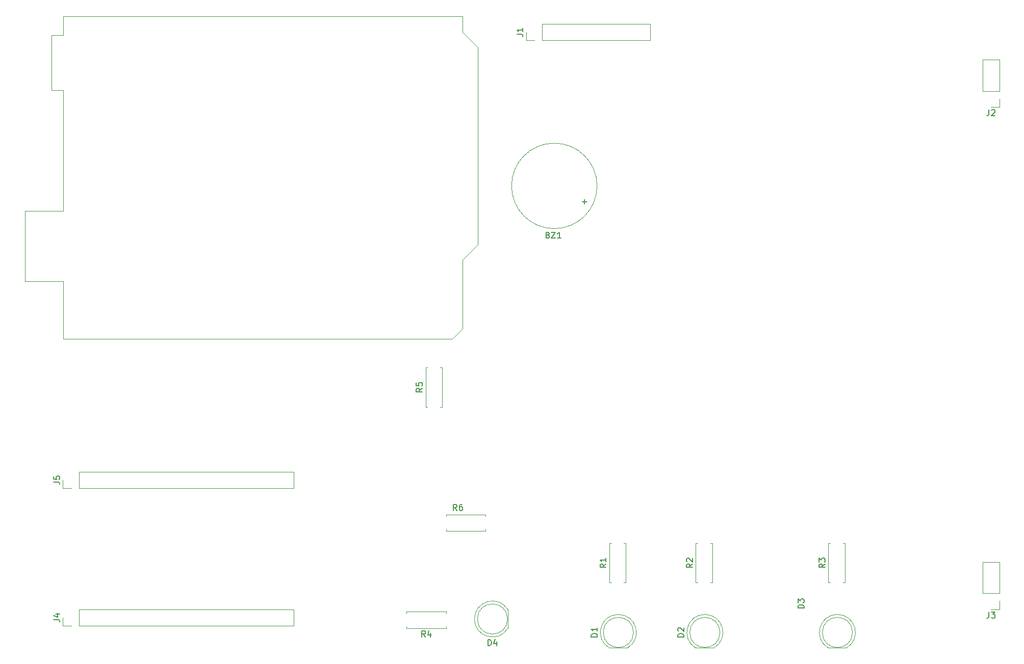
<source format=gbr>
%TF.GenerationSoftware,KiCad,Pcbnew,9.0.7*%
%TF.CreationDate,2026-01-03T22:54:21+01:00*%
%TF.ProjectId,R3Sender,52335365-6e64-4657-922e-6b696361645f,rev?*%
%TF.SameCoordinates,Original*%
%TF.FileFunction,Legend,Top*%
%TF.FilePolarity,Positive*%
%FSLAX46Y46*%
G04 Gerber Fmt 4.6, Leading zero omitted, Abs format (unit mm)*
G04 Created by KiCad (PCBNEW 9.0.7) date 2026-01-03 22:54:21*
%MOMM*%
%LPD*%
G01*
G04 APERTURE LIST*
%ADD10C,0.150000*%
%ADD11C,0.120000*%
G04 APERTURE END LIST*
D10*
X101959047Y-55701009D02*
X102101904Y-55748628D01*
X102101904Y-55748628D02*
X102149523Y-55796247D01*
X102149523Y-55796247D02*
X102197142Y-55891485D01*
X102197142Y-55891485D02*
X102197142Y-56034342D01*
X102197142Y-56034342D02*
X102149523Y-56129580D01*
X102149523Y-56129580D02*
X102101904Y-56177200D01*
X102101904Y-56177200D02*
X102006666Y-56224819D01*
X102006666Y-56224819D02*
X101625714Y-56224819D01*
X101625714Y-56224819D02*
X101625714Y-55224819D01*
X101625714Y-55224819D02*
X101959047Y-55224819D01*
X101959047Y-55224819D02*
X102054285Y-55272438D01*
X102054285Y-55272438D02*
X102101904Y-55320057D01*
X102101904Y-55320057D02*
X102149523Y-55415295D01*
X102149523Y-55415295D02*
X102149523Y-55510533D01*
X102149523Y-55510533D02*
X102101904Y-55605771D01*
X102101904Y-55605771D02*
X102054285Y-55653390D01*
X102054285Y-55653390D02*
X101959047Y-55701009D01*
X101959047Y-55701009D02*
X101625714Y-55701009D01*
X102530476Y-55224819D02*
X103197142Y-55224819D01*
X103197142Y-55224819D02*
X102530476Y-56224819D01*
X102530476Y-56224819D02*
X103197142Y-56224819D01*
X104101904Y-56224819D02*
X103530476Y-56224819D01*
X103816190Y-56224819D02*
X103816190Y-55224819D01*
X103816190Y-55224819D02*
X103720952Y-55367676D01*
X103720952Y-55367676D02*
X103625714Y-55462914D01*
X103625714Y-55462914D02*
X103530476Y-55510533D01*
X107629048Y-50153866D02*
X108390953Y-50153866D01*
X108010000Y-50534819D02*
X108010000Y-49772914D01*
X144454819Y-117698094D02*
X143454819Y-117698094D01*
X143454819Y-117698094D02*
X143454819Y-117459999D01*
X143454819Y-117459999D02*
X143502438Y-117317142D01*
X143502438Y-117317142D02*
X143597676Y-117221904D01*
X143597676Y-117221904D02*
X143692914Y-117174285D01*
X143692914Y-117174285D02*
X143883390Y-117126666D01*
X143883390Y-117126666D02*
X144026247Y-117126666D01*
X144026247Y-117126666D02*
X144216723Y-117174285D01*
X144216723Y-117174285D02*
X144311961Y-117221904D01*
X144311961Y-117221904D02*
X144407200Y-117317142D01*
X144407200Y-117317142D02*
X144454819Y-117459999D01*
X144454819Y-117459999D02*
X144454819Y-117698094D01*
X143454819Y-116793332D02*
X143454819Y-116174285D01*
X143454819Y-116174285D02*
X143835771Y-116507618D01*
X143835771Y-116507618D02*
X143835771Y-116364761D01*
X143835771Y-116364761D02*
X143883390Y-116269523D01*
X143883390Y-116269523D02*
X143931009Y-116221904D01*
X143931009Y-116221904D02*
X144026247Y-116174285D01*
X144026247Y-116174285D02*
X144264342Y-116174285D01*
X144264342Y-116174285D02*
X144359580Y-116221904D01*
X144359580Y-116221904D02*
X144407200Y-116269523D01*
X144407200Y-116269523D02*
X144454819Y-116364761D01*
X144454819Y-116364761D02*
X144454819Y-116650475D01*
X144454819Y-116650475D02*
X144407200Y-116745713D01*
X144407200Y-116745713D02*
X144359580Y-116793332D01*
X96794819Y-22333333D02*
X97509104Y-22333333D01*
X97509104Y-22333333D02*
X97651961Y-22380952D01*
X97651961Y-22380952D02*
X97747200Y-22476190D01*
X97747200Y-22476190D02*
X97794819Y-22619047D01*
X97794819Y-22619047D02*
X97794819Y-22714285D01*
X97794819Y-21333333D02*
X97794819Y-21904761D01*
X97794819Y-21619047D02*
X96794819Y-21619047D01*
X96794819Y-21619047D02*
X96937676Y-21714285D01*
X96937676Y-21714285D02*
X97032914Y-21809523D01*
X97032914Y-21809523D02*
X97080533Y-21904761D01*
X19874819Y-119593333D02*
X20589104Y-119593333D01*
X20589104Y-119593333D02*
X20731961Y-119640952D01*
X20731961Y-119640952D02*
X20827200Y-119736190D01*
X20827200Y-119736190D02*
X20874819Y-119879047D01*
X20874819Y-119879047D02*
X20874819Y-119974285D01*
X20208152Y-118688571D02*
X20874819Y-118688571D01*
X19827200Y-118926666D02*
X20541485Y-119164761D01*
X20541485Y-119164761D02*
X20541485Y-118545714D01*
X125944819Y-110356666D02*
X125468628Y-110689999D01*
X125944819Y-110928094D02*
X124944819Y-110928094D01*
X124944819Y-110928094D02*
X124944819Y-110547142D01*
X124944819Y-110547142D02*
X124992438Y-110451904D01*
X124992438Y-110451904D02*
X125040057Y-110404285D01*
X125040057Y-110404285D02*
X125135295Y-110356666D01*
X125135295Y-110356666D02*
X125278152Y-110356666D01*
X125278152Y-110356666D02*
X125373390Y-110404285D01*
X125373390Y-110404285D02*
X125421009Y-110451904D01*
X125421009Y-110451904D02*
X125468628Y-110547142D01*
X125468628Y-110547142D02*
X125468628Y-110928094D01*
X125040057Y-109975713D02*
X124992438Y-109928094D01*
X124992438Y-109928094D02*
X124944819Y-109832856D01*
X124944819Y-109832856D02*
X124944819Y-109594761D01*
X124944819Y-109594761D02*
X124992438Y-109499523D01*
X124992438Y-109499523D02*
X125040057Y-109451904D01*
X125040057Y-109451904D02*
X125135295Y-109404285D01*
X125135295Y-109404285D02*
X125230533Y-109404285D01*
X125230533Y-109404285D02*
X125373390Y-109451904D01*
X125373390Y-109451904D02*
X125944819Y-110023332D01*
X125944819Y-110023332D02*
X125944819Y-109404285D01*
X81084819Y-81166666D02*
X80608628Y-81499999D01*
X81084819Y-81738094D02*
X80084819Y-81738094D01*
X80084819Y-81738094D02*
X80084819Y-81357142D01*
X80084819Y-81357142D02*
X80132438Y-81261904D01*
X80132438Y-81261904D02*
X80180057Y-81214285D01*
X80180057Y-81214285D02*
X80275295Y-81166666D01*
X80275295Y-81166666D02*
X80418152Y-81166666D01*
X80418152Y-81166666D02*
X80513390Y-81214285D01*
X80513390Y-81214285D02*
X80561009Y-81261904D01*
X80561009Y-81261904D02*
X80608628Y-81357142D01*
X80608628Y-81357142D02*
X80608628Y-81738094D01*
X80084819Y-80261904D02*
X80084819Y-80738094D01*
X80084819Y-80738094D02*
X80561009Y-80785713D01*
X80561009Y-80785713D02*
X80513390Y-80738094D01*
X80513390Y-80738094D02*
X80465771Y-80642856D01*
X80465771Y-80642856D02*
X80465771Y-80404761D01*
X80465771Y-80404761D02*
X80513390Y-80309523D01*
X80513390Y-80309523D02*
X80561009Y-80261904D01*
X80561009Y-80261904D02*
X80656247Y-80214285D01*
X80656247Y-80214285D02*
X80894342Y-80214285D01*
X80894342Y-80214285D02*
X80989580Y-80261904D01*
X80989580Y-80261904D02*
X81037200Y-80309523D01*
X81037200Y-80309523D02*
X81084819Y-80404761D01*
X81084819Y-80404761D02*
X81084819Y-80642856D01*
X81084819Y-80642856D02*
X81037200Y-80738094D01*
X81037200Y-80738094D02*
X80989580Y-80785713D01*
X91991905Y-123914819D02*
X91991905Y-122914819D01*
X91991905Y-122914819D02*
X92230000Y-122914819D01*
X92230000Y-122914819D02*
X92372857Y-122962438D01*
X92372857Y-122962438D02*
X92468095Y-123057676D01*
X92468095Y-123057676D02*
X92515714Y-123152914D01*
X92515714Y-123152914D02*
X92563333Y-123343390D01*
X92563333Y-123343390D02*
X92563333Y-123486247D01*
X92563333Y-123486247D02*
X92515714Y-123676723D01*
X92515714Y-123676723D02*
X92468095Y-123771961D01*
X92468095Y-123771961D02*
X92372857Y-123867200D01*
X92372857Y-123867200D02*
X92230000Y-123914819D01*
X92230000Y-123914819D02*
X91991905Y-123914819D01*
X93420476Y-123248152D02*
X93420476Y-123914819D01*
X93182381Y-122867200D02*
X92944286Y-123581485D01*
X92944286Y-123581485D02*
X93563333Y-123581485D01*
X124494819Y-122468094D02*
X123494819Y-122468094D01*
X123494819Y-122468094D02*
X123494819Y-122229999D01*
X123494819Y-122229999D02*
X123542438Y-122087142D01*
X123542438Y-122087142D02*
X123637676Y-121991904D01*
X123637676Y-121991904D02*
X123732914Y-121944285D01*
X123732914Y-121944285D02*
X123923390Y-121896666D01*
X123923390Y-121896666D02*
X124066247Y-121896666D01*
X124066247Y-121896666D02*
X124256723Y-121944285D01*
X124256723Y-121944285D02*
X124351961Y-121991904D01*
X124351961Y-121991904D02*
X124447200Y-122087142D01*
X124447200Y-122087142D02*
X124494819Y-122229999D01*
X124494819Y-122229999D02*
X124494819Y-122468094D01*
X123590057Y-121515713D02*
X123542438Y-121468094D01*
X123542438Y-121468094D02*
X123494819Y-121372856D01*
X123494819Y-121372856D02*
X123494819Y-121134761D01*
X123494819Y-121134761D02*
X123542438Y-121039523D01*
X123542438Y-121039523D02*
X123590057Y-120991904D01*
X123590057Y-120991904D02*
X123685295Y-120944285D01*
X123685295Y-120944285D02*
X123780533Y-120944285D01*
X123780533Y-120944285D02*
X123923390Y-120991904D01*
X123923390Y-120991904D02*
X124494819Y-121563332D01*
X124494819Y-121563332D02*
X124494819Y-120944285D01*
X81593333Y-122464819D02*
X81260000Y-121988628D01*
X81021905Y-122464819D02*
X81021905Y-121464819D01*
X81021905Y-121464819D02*
X81402857Y-121464819D01*
X81402857Y-121464819D02*
X81498095Y-121512438D01*
X81498095Y-121512438D02*
X81545714Y-121560057D01*
X81545714Y-121560057D02*
X81593333Y-121655295D01*
X81593333Y-121655295D02*
X81593333Y-121798152D01*
X81593333Y-121798152D02*
X81545714Y-121893390D01*
X81545714Y-121893390D02*
X81498095Y-121941009D01*
X81498095Y-121941009D02*
X81402857Y-121988628D01*
X81402857Y-121988628D02*
X81021905Y-121988628D01*
X82450476Y-121798152D02*
X82450476Y-122464819D01*
X82212381Y-121417200D02*
X81974286Y-122131485D01*
X81974286Y-122131485D02*
X82593333Y-122131485D01*
X175166666Y-34874819D02*
X175166666Y-35589104D01*
X175166666Y-35589104D02*
X175119047Y-35731961D01*
X175119047Y-35731961D02*
X175023809Y-35827200D01*
X175023809Y-35827200D02*
X174880952Y-35874819D01*
X174880952Y-35874819D02*
X174785714Y-35874819D01*
X175595238Y-34970057D02*
X175642857Y-34922438D01*
X175642857Y-34922438D02*
X175738095Y-34874819D01*
X175738095Y-34874819D02*
X175976190Y-34874819D01*
X175976190Y-34874819D02*
X176071428Y-34922438D01*
X176071428Y-34922438D02*
X176119047Y-34970057D01*
X176119047Y-34970057D02*
X176166666Y-35065295D01*
X176166666Y-35065295D02*
X176166666Y-35160533D01*
X176166666Y-35160533D02*
X176119047Y-35303390D01*
X176119047Y-35303390D02*
X175547619Y-35874819D01*
X175547619Y-35874819D02*
X176166666Y-35874819D01*
X86833333Y-101454819D02*
X86500000Y-100978628D01*
X86261905Y-101454819D02*
X86261905Y-100454819D01*
X86261905Y-100454819D02*
X86642857Y-100454819D01*
X86642857Y-100454819D02*
X86738095Y-100502438D01*
X86738095Y-100502438D02*
X86785714Y-100550057D01*
X86785714Y-100550057D02*
X86833333Y-100645295D01*
X86833333Y-100645295D02*
X86833333Y-100788152D01*
X86833333Y-100788152D02*
X86785714Y-100883390D01*
X86785714Y-100883390D02*
X86738095Y-100931009D01*
X86738095Y-100931009D02*
X86642857Y-100978628D01*
X86642857Y-100978628D02*
X86261905Y-100978628D01*
X87690476Y-100454819D02*
X87500000Y-100454819D01*
X87500000Y-100454819D02*
X87404762Y-100502438D01*
X87404762Y-100502438D02*
X87357143Y-100550057D01*
X87357143Y-100550057D02*
X87261905Y-100692914D01*
X87261905Y-100692914D02*
X87214286Y-100883390D01*
X87214286Y-100883390D02*
X87214286Y-101264342D01*
X87214286Y-101264342D02*
X87261905Y-101359580D01*
X87261905Y-101359580D02*
X87309524Y-101407200D01*
X87309524Y-101407200D02*
X87404762Y-101454819D01*
X87404762Y-101454819D02*
X87595238Y-101454819D01*
X87595238Y-101454819D02*
X87690476Y-101407200D01*
X87690476Y-101407200D02*
X87738095Y-101359580D01*
X87738095Y-101359580D02*
X87785714Y-101264342D01*
X87785714Y-101264342D02*
X87785714Y-101026247D01*
X87785714Y-101026247D02*
X87738095Y-100931009D01*
X87738095Y-100931009D02*
X87690476Y-100883390D01*
X87690476Y-100883390D02*
X87595238Y-100835771D01*
X87595238Y-100835771D02*
X87404762Y-100835771D01*
X87404762Y-100835771D02*
X87309524Y-100883390D01*
X87309524Y-100883390D02*
X87261905Y-100931009D01*
X87261905Y-100931009D02*
X87214286Y-101026247D01*
X110134819Y-122468094D02*
X109134819Y-122468094D01*
X109134819Y-122468094D02*
X109134819Y-122229999D01*
X109134819Y-122229999D02*
X109182438Y-122087142D01*
X109182438Y-122087142D02*
X109277676Y-121991904D01*
X109277676Y-121991904D02*
X109372914Y-121944285D01*
X109372914Y-121944285D02*
X109563390Y-121896666D01*
X109563390Y-121896666D02*
X109706247Y-121896666D01*
X109706247Y-121896666D02*
X109896723Y-121944285D01*
X109896723Y-121944285D02*
X109991961Y-121991904D01*
X109991961Y-121991904D02*
X110087200Y-122087142D01*
X110087200Y-122087142D02*
X110134819Y-122229999D01*
X110134819Y-122229999D02*
X110134819Y-122468094D01*
X110134819Y-120944285D02*
X110134819Y-121515713D01*
X110134819Y-121229999D02*
X109134819Y-121229999D01*
X109134819Y-121229999D02*
X109277676Y-121325237D01*
X109277676Y-121325237D02*
X109372914Y-121420475D01*
X109372914Y-121420475D02*
X109420533Y-121515713D01*
X147944819Y-110356666D02*
X147468628Y-110689999D01*
X147944819Y-110928094D02*
X146944819Y-110928094D01*
X146944819Y-110928094D02*
X146944819Y-110547142D01*
X146944819Y-110547142D02*
X146992438Y-110451904D01*
X146992438Y-110451904D02*
X147040057Y-110404285D01*
X147040057Y-110404285D02*
X147135295Y-110356666D01*
X147135295Y-110356666D02*
X147278152Y-110356666D01*
X147278152Y-110356666D02*
X147373390Y-110404285D01*
X147373390Y-110404285D02*
X147421009Y-110451904D01*
X147421009Y-110451904D02*
X147468628Y-110547142D01*
X147468628Y-110547142D02*
X147468628Y-110928094D01*
X146944819Y-110023332D02*
X146944819Y-109404285D01*
X146944819Y-109404285D02*
X147325771Y-109737618D01*
X147325771Y-109737618D02*
X147325771Y-109594761D01*
X147325771Y-109594761D02*
X147373390Y-109499523D01*
X147373390Y-109499523D02*
X147421009Y-109451904D01*
X147421009Y-109451904D02*
X147516247Y-109404285D01*
X147516247Y-109404285D02*
X147754342Y-109404285D01*
X147754342Y-109404285D02*
X147849580Y-109451904D01*
X147849580Y-109451904D02*
X147897200Y-109499523D01*
X147897200Y-109499523D02*
X147944819Y-109594761D01*
X147944819Y-109594761D02*
X147944819Y-109880475D01*
X147944819Y-109880475D02*
X147897200Y-109975713D01*
X147897200Y-109975713D02*
X147849580Y-110023332D01*
X175166666Y-118334819D02*
X175166666Y-119049104D01*
X175166666Y-119049104D02*
X175119047Y-119191961D01*
X175119047Y-119191961D02*
X175023809Y-119287200D01*
X175023809Y-119287200D02*
X174880952Y-119334819D01*
X174880952Y-119334819D02*
X174785714Y-119334819D01*
X175547619Y-118334819D02*
X176166666Y-118334819D01*
X176166666Y-118334819D02*
X175833333Y-118715771D01*
X175833333Y-118715771D02*
X175976190Y-118715771D01*
X175976190Y-118715771D02*
X176071428Y-118763390D01*
X176071428Y-118763390D02*
X176119047Y-118811009D01*
X176119047Y-118811009D02*
X176166666Y-118906247D01*
X176166666Y-118906247D02*
X176166666Y-119144342D01*
X176166666Y-119144342D02*
X176119047Y-119239580D01*
X176119047Y-119239580D02*
X176071428Y-119287200D01*
X176071428Y-119287200D02*
X175976190Y-119334819D01*
X175976190Y-119334819D02*
X175690476Y-119334819D01*
X175690476Y-119334819D02*
X175595238Y-119287200D01*
X175595238Y-119287200D02*
X175547619Y-119239580D01*
X19874819Y-96733333D02*
X20589104Y-96733333D01*
X20589104Y-96733333D02*
X20731961Y-96780952D01*
X20731961Y-96780952D02*
X20827200Y-96876190D01*
X20827200Y-96876190D02*
X20874819Y-97019047D01*
X20874819Y-97019047D02*
X20874819Y-97114285D01*
X19874819Y-95780952D02*
X19874819Y-96257142D01*
X19874819Y-96257142D02*
X20351009Y-96304761D01*
X20351009Y-96304761D02*
X20303390Y-96257142D01*
X20303390Y-96257142D02*
X20255771Y-96161904D01*
X20255771Y-96161904D02*
X20255771Y-95923809D01*
X20255771Y-95923809D02*
X20303390Y-95828571D01*
X20303390Y-95828571D02*
X20351009Y-95780952D01*
X20351009Y-95780952D02*
X20446247Y-95733333D01*
X20446247Y-95733333D02*
X20684342Y-95733333D01*
X20684342Y-95733333D02*
X20779580Y-95780952D01*
X20779580Y-95780952D02*
X20827200Y-95828571D01*
X20827200Y-95828571D02*
X20874819Y-95923809D01*
X20874819Y-95923809D02*
X20874819Y-96161904D01*
X20874819Y-96161904D02*
X20827200Y-96257142D01*
X20827200Y-96257142D02*
X20779580Y-96304761D01*
X111584819Y-110356666D02*
X111108628Y-110689999D01*
X111584819Y-110928094D02*
X110584819Y-110928094D01*
X110584819Y-110928094D02*
X110584819Y-110547142D01*
X110584819Y-110547142D02*
X110632438Y-110451904D01*
X110632438Y-110451904D02*
X110680057Y-110404285D01*
X110680057Y-110404285D02*
X110775295Y-110356666D01*
X110775295Y-110356666D02*
X110918152Y-110356666D01*
X110918152Y-110356666D02*
X111013390Y-110404285D01*
X111013390Y-110404285D02*
X111061009Y-110451904D01*
X111061009Y-110451904D02*
X111108628Y-110547142D01*
X111108628Y-110547142D02*
X111108628Y-110928094D01*
X111584819Y-109404285D02*
X111584819Y-109975713D01*
X111584819Y-109689999D02*
X110584819Y-109689999D01*
X110584819Y-109689999D02*
X110727676Y-109785237D01*
X110727676Y-109785237D02*
X110822914Y-109880475D01*
X110822914Y-109880475D02*
X110870533Y-109975713D01*
D11*
%TO.C,BZ1*%
X110100000Y-47540000D02*
G75*
G02*
X95900000Y-47540000I-7100000J0D01*
G01*
X95900000Y-47540000D02*
G75*
G02*
X110100000Y-47540000I7100000J0D01*
G01*
%TO.C,D3*%
X148455000Y-124290000D02*
X151545000Y-124290000D01*
X148455170Y-124290000D02*
G75*
G02*
X150000000Y-118740000I1544830J2560000D01*
G01*
X150000000Y-118740000D02*
G75*
G02*
X151544830Y-124290000I0J-2990000D01*
G01*
X152500000Y-121730000D02*
G75*
G02*
X147500000Y-121730000I-2500000J0D01*
G01*
X147500000Y-121730000D02*
G75*
G02*
X152500000Y-121730000I2500000J0D01*
G01*
%TO.C,J1*%
X98340000Y-23380000D02*
X98340000Y-22000000D01*
X99720000Y-23380000D02*
X98340000Y-23380000D01*
X100990000Y-20620000D02*
X118880000Y-20620000D01*
X100990000Y-23380000D02*
X100990000Y-20620000D01*
X100990000Y-23380000D02*
X118880000Y-23380000D01*
X118880000Y-23380000D02*
X118880000Y-20620000D01*
%TO.C,J4*%
X21420000Y-120640000D02*
X21420000Y-119260000D01*
X22800000Y-120640000D02*
X21420000Y-120640000D01*
X24070000Y-117880000D02*
X59740000Y-117880000D01*
X24070000Y-120640000D02*
X24070000Y-117880000D01*
X24070000Y-120640000D02*
X59740000Y-120640000D01*
X59740000Y-120640000D02*
X59740000Y-117880000D01*
%TO.C,R2*%
X126490000Y-106920000D02*
X126820000Y-106920000D01*
X126490000Y-113460000D02*
X126490000Y-106920000D01*
X126820000Y-113460000D02*
X126490000Y-113460000D01*
X128900000Y-113460000D02*
X129230000Y-113460000D01*
X129230000Y-106920000D02*
X128900000Y-106920000D01*
X129230000Y-113460000D02*
X129230000Y-106920000D01*
%TO.C,R5*%
X81630000Y-77730000D02*
X81960000Y-77730000D01*
X81630000Y-84270000D02*
X81630000Y-77730000D01*
X81960000Y-84270000D02*
X81630000Y-84270000D01*
X84040000Y-84270000D02*
X84370000Y-84270000D01*
X84370000Y-77730000D02*
X84040000Y-77730000D01*
X84370000Y-84270000D02*
X84370000Y-77730000D01*
%TO.C,A1*%
X15080000Y-51720000D02*
X15080000Y-63400000D01*
X15080000Y-63400000D02*
X21430000Y-63400000D01*
X19530000Y-22510000D02*
X19530000Y-31650000D01*
X19530000Y-31650000D02*
X21430000Y-31650000D01*
X21430000Y-19330000D02*
X21430000Y-22510000D01*
X21430000Y-22510000D02*
X19530000Y-22510000D01*
X21430000Y-31650000D02*
X21430000Y-51720000D01*
X21430000Y-51720000D02*
X15080000Y-51720000D01*
X21430000Y-63400000D02*
X21430000Y-72930000D01*
X21430000Y-72930000D02*
X86080000Y-72930000D01*
X86080000Y-72930000D02*
X87730000Y-71280000D01*
X87730000Y-19330000D02*
X21430000Y-19330000D01*
X87730000Y-22000000D02*
X87730000Y-19330000D01*
X87730000Y-59850000D02*
X90270000Y-57310000D01*
X87730000Y-71280000D02*
X87730000Y-59850000D01*
X90270000Y-24540000D02*
X87730000Y-22000000D01*
X90270000Y-57310000D02*
X90270000Y-24540000D01*
%TO.C,D4*%
X95290000Y-121045000D02*
X95290000Y-117955000D01*
X89740000Y-119500000D02*
G75*
G02*
X95290000Y-117955170I2990000J0D01*
G01*
X95290000Y-121044830D02*
G75*
G02*
X89740000Y-119500000I-2560000J1544830D01*
G01*
X95230000Y-119500000D02*
G75*
G02*
X90230000Y-119500000I-2500000J0D01*
G01*
X90230000Y-119500000D02*
G75*
G02*
X95230000Y-119500000I2500000J0D01*
G01*
%TO.C,D2*%
X126455000Y-124290000D02*
X129545000Y-124290000D01*
X126455170Y-124290000D02*
G75*
G02*
X128000000Y-118740000I1544830J2560000D01*
G01*
X128000000Y-118740000D02*
G75*
G02*
X129544830Y-124290000I0J-2990000D01*
G01*
X130500000Y-121730000D02*
G75*
G02*
X125500000Y-121730000I-2500000J0D01*
G01*
X125500000Y-121730000D02*
G75*
G02*
X130500000Y-121730000I2500000J0D01*
G01*
%TO.C,R4*%
X78490000Y-118270000D02*
X78490000Y-118600000D01*
X78490000Y-121010000D02*
X78490000Y-120680000D01*
X85030000Y-118270000D02*
X78490000Y-118270000D01*
X85030000Y-118600000D02*
X85030000Y-118270000D01*
X85030000Y-120680000D02*
X85030000Y-121010000D01*
X85030000Y-121010000D02*
X78490000Y-121010000D01*
%TO.C,J2*%
X174120000Y-31770000D02*
X174120000Y-26580000D01*
X176880000Y-26580000D02*
X174120000Y-26580000D01*
X176880000Y-31770000D02*
X174120000Y-31770000D01*
X176880000Y-31770000D02*
X176880000Y-26580000D01*
X176880000Y-33040000D02*
X176880000Y-34420000D01*
X176880000Y-34420000D02*
X175500000Y-34420000D01*
%TO.C,R6*%
X85040000Y-102130000D02*
X91580000Y-102130000D01*
X85040000Y-102460000D02*
X85040000Y-102130000D01*
X85040000Y-104540000D02*
X85040000Y-104870000D01*
X85040000Y-104870000D02*
X91580000Y-104870000D01*
X91580000Y-102130000D02*
X91580000Y-102460000D01*
X91580000Y-104870000D02*
X91580000Y-104540000D01*
%TO.C,D1*%
X112095000Y-124290000D02*
X115185000Y-124290000D01*
X112095170Y-124290000D02*
G75*
G02*
X113640000Y-118740000I1544830J2560000D01*
G01*
X113640000Y-118740000D02*
G75*
G02*
X115184830Y-124290000I0J-2990000D01*
G01*
X116140000Y-121730000D02*
G75*
G02*
X111140000Y-121730000I-2500000J0D01*
G01*
X111140000Y-121730000D02*
G75*
G02*
X116140000Y-121730000I2500000J0D01*
G01*
%TO.C,R3*%
X148490000Y-106920000D02*
X148820000Y-106920000D01*
X148490000Y-113460000D02*
X148490000Y-106920000D01*
X148820000Y-113460000D02*
X148490000Y-113460000D01*
X150900000Y-113460000D02*
X151230000Y-113460000D01*
X151230000Y-106920000D02*
X150900000Y-106920000D01*
X151230000Y-113460000D02*
X151230000Y-106920000D01*
%TO.C,J3*%
X174120000Y-115230000D02*
X174120000Y-110040000D01*
X176880000Y-110040000D02*
X174120000Y-110040000D01*
X176880000Y-115230000D02*
X174120000Y-115230000D01*
X176880000Y-115230000D02*
X176880000Y-110040000D01*
X176880000Y-116500000D02*
X176880000Y-117880000D01*
X176880000Y-117880000D02*
X175500000Y-117880000D01*
%TO.C,J5*%
X21420000Y-97780000D02*
X21420000Y-96400000D01*
X22800000Y-97780000D02*
X21420000Y-97780000D01*
X24070000Y-95020000D02*
X59740000Y-95020000D01*
X24070000Y-97780000D02*
X24070000Y-95020000D01*
X24070000Y-97780000D02*
X59740000Y-97780000D01*
X59740000Y-97780000D02*
X59740000Y-95020000D01*
%TO.C,R1*%
X112130000Y-106920000D02*
X112460000Y-106920000D01*
X112130000Y-113460000D02*
X112130000Y-106920000D01*
X112460000Y-113460000D02*
X112130000Y-113460000D01*
X114540000Y-113460000D02*
X114870000Y-113460000D01*
X114870000Y-106920000D02*
X114540000Y-106920000D01*
X114870000Y-113460000D02*
X114870000Y-106920000D01*
%TD*%
M02*

</source>
